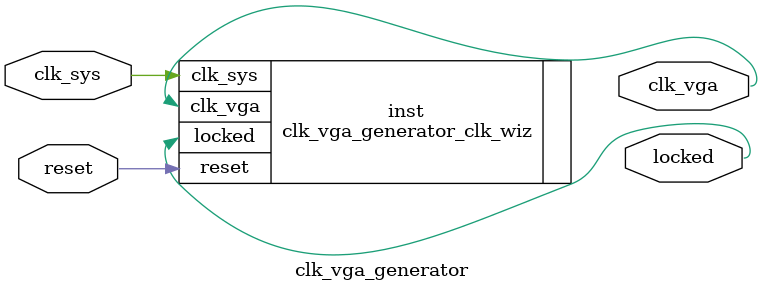
<source format=v>


`timescale 1ps/1ps

(* CORE_GENERATION_INFO = "clk_vga_generator,clk_wiz_v6_0_11_0_0,{component_name=clk_vga_generator,use_phase_alignment=true,use_min_o_jitter=false,use_max_i_jitter=false,use_dyn_phase_shift=false,use_inclk_switchover=false,use_dyn_reconfig=false,enable_axi=0,feedback_source=FDBK_AUTO,PRIMITIVE=MMCM,num_out_clk=1,clkin1_period=10.000,clkin2_period=10.000,use_power_down=false,use_reset=true,use_locked=true,use_inclk_stopped=false,feedback_type=SINGLE,CLOCK_MGR_TYPE=NA,manual_override=false}" *)

module clk_vga_generator 
 (
  // Clock out ports
  output        clk_vga,
  // Status and control signals
  input         reset,
  output        locked,
 // Clock in ports
  input         clk_sys
 );

  clk_vga_generator_clk_wiz inst
  (
  // Clock out ports  
  .clk_vga(clk_vga),
  // Status and control signals               
  .reset(reset), 
  .locked(locked),
 // Clock in ports
  .clk_sys(clk_sys)
  );

endmodule

</source>
